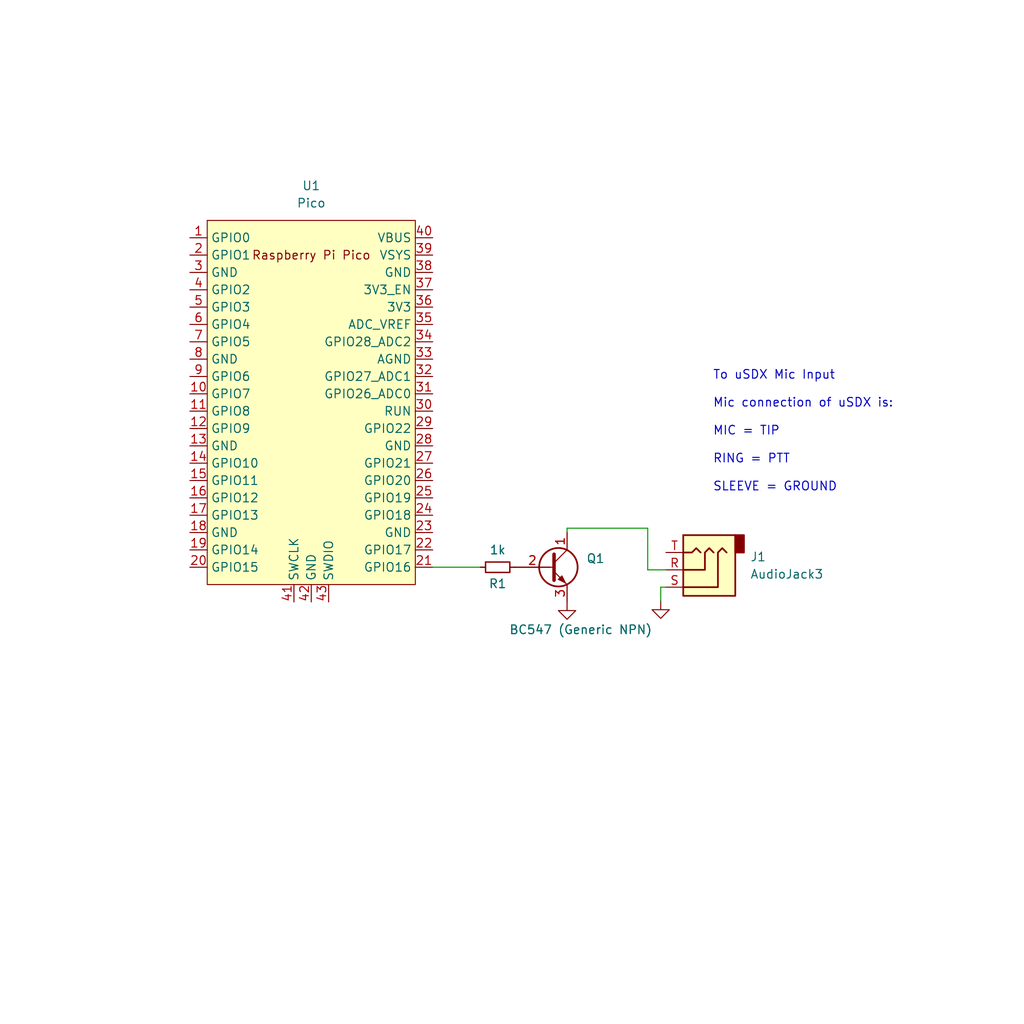
<source format=kicad_sch>
(kicad_sch (version 20211123) (generator eeschema)
  (paper "User" 150.012 150.012)
  (lib_symbols
    (symbol "Connector:AudioJack3"
      (property "Reference" "J" (at 0 8.89 0))
      (property "Value" "AudioJack3" (at 0 6.35 0))
      (symbol "AudioJack3_0_1"
        (rectangle (start -5.08 -5.08) (end -6.35 -2.54) (stroke (width 0.254)) (fill (type outline)))
        (polyline (pts (xy 0 -2.54) (xy 0.635 -3.175) (xy 1.27 -2.54) (xy 2.54 -2.54)) (stroke (width 0.254)))
        (polyline (pts (xy -1.905 -2.54) (xy -1.27 -3.175) (xy -0.635 -2.54) (xy -0.635 0) (xy 2.54 0)) (stroke (width 0.254)))
        (polyline (pts (xy 2.54 2.54) (xy -2.54 2.54) (xy -2.54 -2.54) (xy -3.175 -3.175) (xy -3.81 -2.54)) (stroke (width 0.254)))
        (rectangle (start 2.54 3.81) (end -5.08 -5.08) (stroke (width 0.254)) (fill (type background)))
      )
      (symbol "AudioJack3_1_1"
        (pin passive line (at 5.08 0 180) (length 2.54) (name "~") (number "R"))
        (pin passive line (at 5.08 2.54 180) (length 2.54) (name "~") (number "S"))
        (pin passive line (at 5.08 -2.54 180) (length 2.54) (name "~") (number "T"))
      )
    )
    (symbol "Device:R_Small" (pin_numbers hide) (pin_names (offset 0.254) hide)
      (property "Reference" "R" (at 0.762 0.508 0))
      (property "Value" "R_Small" (at 0.762 -1.016 0))
      (symbol "R_Small_0_1"
        (rectangle (start -0.762 1.778) (end 0.762 -1.778) (stroke (width 0.2032)))
      )
      (symbol "R_Small_1_1"
        (pin passive line (at 0 2.54 270) (length 0.762) (name "~") (number "1"))
        (pin passive line (at 0 -2.54 90) (length 0.762) (name "~") (number "2"))
      )
    )
    (symbol "MCU_RaspberryPi_and_Boards:Pico"
      (property "Reference" "U" (at -13.97 27.94 0))
      (property "Value" "Pico" (at 0 19.05 0))
      (symbol "Pico_0_0"
        (text "Raspberry Pi Pico" (at 0 21.59 0) (effects (font (size 1.27 1.27))))
      )
      (symbol "Pico_0_1"
        (rectangle (start -15.24 26.67) (end 15.24 -26.67) (fill (type background)))
      )
      (symbol "Pico_1_1"
        (pin bidirectional line (at -17.78 24.13 0) (length 2.54) (name "GPIO0") (number "1"))
        (pin bidirectional line (at -17.78 1.27 0) (length 2.54) (name "GPIO7") (number "10"))
        (pin bidirectional line (at -17.78 -1.27 0) (length 2.54) (name "GPIO8") (number "11"))
        (pin bidirectional line (at -17.78 -3.81 0) (length 2.54) (name "GPIO9") (number "12"))
        (pin power_in line (at -17.78 -6.35 0) (length 2.54) (name "GND") (number "13"))
        (pin bidirectional line (at -17.78 -8.89 0) (length 2.54) (name "GPIO10") (number "14"))
        (pin bidirectional line (at -17.78 -11.43 0) (length 2.54) (name "GPIO11") (number "15"))
        (pin bidirectional line (at -17.78 -13.97 0) (length 2.54) (name "GPIO12") (number "16"))
        (pin bidirectional line (at -17.78 -16.51 0) (length 2.54) (name "GPIO13") (number "17"))
        (pin power_in line (at -17.78 -19.05 0) (length 2.54) (name "GND") (number "18"))
        (pin bidirectional line (at -17.78 -21.59 0) (length 2.54) (name "GPIO14") (number "19"))
        (pin bidirectional line (at -17.78 21.59 0) (length 2.54) (name "GPIO1") (number "2"))
        (pin bidirectional line (at -17.78 -24.13 0) (length 2.54) (name "GPIO15") (number "20"))
        (pin bidirectional line (at 17.78 -24.13 180) (length 2.54) (name "GPIO16") (number "21"))
        (pin bidirectional line (at 17.78 -21.59 180) (length 2.54) (name "GPIO17") (number "22"))
        (pin power_in line (at 17.78 -19.05 180) (length 2.54) (name "GND") (number "23"))
        (pin bidirectional line (at 17.78 -16.51 180) (length 2.54) (name "GPIO18") (number "24"))
        (pin bidirectional line (at 17.78 -13.97 180) (length 2.54) (name "GPIO19") (number "25"))
        (pin bidirectional line (at 17.78 -11.43 180) (length 2.54) (name "GPIO20") (number "26"))
        (pin bidirectional line (at 17.78 -8.89 180) (length 2.54) (name "GPIO21") (number "27"))
        (pin power_in line (at 17.78 -6.35 180) (length 2.54) (name "GND") (number "28"))
        (pin bidirectional line (at 17.78 -3.81 180) (length 2.54) (name "GPIO22") (number "29"))
        (pin power_in line (at -17.78 19.05 0) (length 2.54) (name "GND") (number "3"))
        (pin input line (at 17.78 -1.27 180) (length 2.54) (name "RUN") (number "30"))
        (pin bidirectional line (at 17.78 1.27 180) (length 2.54) (name "GPIO26_ADC0") (number "31"))
        (pin bidirectional line (at 17.78 3.81 180) (length 2.54) (name "GPIO27_ADC1") (number "32"))
        (pin power_in line (at 17.78 6.35 180) (length 2.54) (name "AGND") (number "33"))
        (pin bidirectional line (at 17.78 8.89 180) (length 2.54) (name "GPIO28_ADC2") (number "34"))
        (pin power_in line (at 17.78 11.43 180) (length 2.54) (name "ADC_VREF") (number "35"))
        (pin power_in line (at 17.78 13.97 180) (length 2.54) (name "3V3") (number "36"))
        (pin input line (at 17.78 16.51 180) (length 2.54) (name "3V3_EN") (number "37"))
        (pin bidirectional line (at 17.78 19.05 180) (length 2.54) (name "GND") (number "38"))
        (pin power_in line (at 17.78 21.59 180) (length 2.54) (name "VSYS") (number "39"))
        (pin bidirectional line (at -17.78 16.51 0) (length 2.54) (name "GPIO2") (number "4"))
        (pin power_in line (at 17.78 24.13 180) (length 2.54) (name "VBUS") (number "40"))
        (pin input line (at -2.54 -29.21 90) (length 2.54) (name "SWCLK") (number "41"))
        (pin power_in line (at 0 -29.21 90) (length 2.54) (name "GND") (number "42"))
        (pin bidirectional line (at 2.54 -29.21 90) (length 2.54) (name "SWDIO") (number "43"))
        (pin bidirectional line (at -17.78 13.97 0) (length 2.54) (name "GPIO3") (number "5"))
        (pin bidirectional line (at -17.78 11.43 0) (length 2.54) (name "GPIO4") (number "6"))
        (pin bidirectional line (at -17.78 8.89 0) (length 2.54) (name "GPIO5") (number "7"))
        (pin power_in line (at -17.78 6.35 0) (length 2.54) (name "GND") (number "8"))
        (pin bidirectional line (at -17.78 3.81 0) (length 2.54) (name "GPIO6") (number "9"))
      )
    )
    (symbol "Transistor_BJT:BC547" (pin_names (offset 0) hide)
      (property "Reference" "Q" (at 5.08 1.905 0))
      (property "Value" "BC547" (at 5.08 0 0))
      (symbol "BC547_0_1"
        (polyline (pts (xy 0 0) (xy 0.635 0)))
        (polyline (pts (xy 0.635 0.635) (xy 2.54 2.54)))
        (polyline (pts (xy 0.635 -0.635) (xy 2.54 -2.54) (xy 2.54 -2.54)))
        (polyline (pts (xy 0.635 1.905) (xy 0.635 -1.905) (xy 0.635 -1.905)) (stroke (width 0.508)))
        (polyline (pts (xy 1.27 -1.778) (xy 1.778 -1.27) (xy 2.286 -2.286) (xy 1.27 -1.778) (xy 1.27 -1.778)) (fill (type outline)))
        (circle (center 1.27 0) (radius 2.8194) (stroke (width 0.254)))
      )
      (symbol "BC547_1_1"
        (pin passive line (at 2.54 5.08 270) (length 2.54) (name "C") (number "1"))
        (pin input line (at -5.08 0 0) (length 5.08) (name "B") (number "2"))
        (pin passive line (at 2.54 -5.08 90) (length 2.54) (name "E") (number "3"))
      )
    )
    (symbol "power:GND" (power) (pin_names (offset 0))
      (property "Value" "GND" (at 0 -3.81 0))
      (symbol "GND_0_1"
        (polyline (pts (xy 0 0) (xy 0 -1.27) (xy 1.27 -1.27) (xy 0 -2.54) (xy -1.27 -1.27) (xy 0 -1.27)))
      )
      (symbol "GND_1_1"
        (pin power_in line (at 0 0 270) (length 0) hide (name "GND") (number "1"))
      )
    )
  )
  (wire (pts (xy 94.869 83.4644) (xy 94.869 77.3684)))
  (wire (pts (xy 63.373 83.0834) (xy 70.358 83.0834)))
  (wire (pts (xy 96.774 88.0364) (xy 96.774 86.0044)))
  (wire (pts (xy 96.774 86.0044) (xy 97.536 86.0044)))
  (wire (pts (xy 83.058 77.3684) (xy 94.869 77.3684)))
  (wire (pts (xy 83.058 78.0034) (xy 83.058 77.3684)))
  (wire (pts (xy 97.536 83.4644) (xy 94.869 83.4644)))
  (text "To uSDX Mic Input\n\nMic connection of uSDX is:\n\nMIC = TIP\n\nRING = PTT\n\nSLEEVE = GROUND" (at 104.394 72.1614 0) (effects (font (size 1.27 1.27)) (justify left bottom)))
  (symbol (lib_id "power:GND") (at 83.058 88.1634 0) (unit 1)
    (property "Reference" "#PWR01" (effects hide))
    (property "Value" "GND" (effects hide))
  )
  (symbol (lib_id "Transistor_BJT:BC547") (at 80.518 83.0834 0) (unit 1)
    (property "Reference" "Q1" (at 85.852 81.8133 0) (effects (justify left)))
    (property "Value" "BC547 (Generic NPN)" (at 74.549 92.2274 0) (effects (justify left)))
    (property "Footprint" "Package_TO_SOT_THT:TO-92_Inline" (effects hide))
    (property "Datasheet" "https://www.onsemi.com/pub/Collateral/BC550-D.pdf" (effects hide))
  )
  (symbol (lib_id "Device:R_Small") (at 72.898 83.0834 90) (unit 1)
    (property "Reference" "R1" (at 72.898 85.4964 90))
    (property "Value" "1k" (at 72.898 80.5434 90))
  )
  (symbol (lib_id "MCU_RaspberryPi_and_Boards:Pico") (at 45.593 58.9534 0) (unit 1)
    (property "Reference" "U1" (at 45.593 27.2034 0))
    (property "Value" "Pico" (at 45.593 29.7434 0))
    (property "Footprint" "RPi_Pico:RPi_Pico_SMD_TH" (effects hide))
  )
  (symbol (lib_id "power:GND") (at 96.774 88.0364 0) (unit 1)
    (property "Reference" "#PWR02" (effects hide))
    (property "Value" "GND" (effects hide))
  )
  (symbol (lib_id "Connector:AudioJack3") (at 102.616 83.4644 180) (unit 1)
    (property "Reference" "J1" (at 109.855 81.5593 0) (effects (justify right)))
    (property "Value" "AudioJack3" (at 109.855 84.0993 0) (effects (justify right)))
  )
)
</source>
